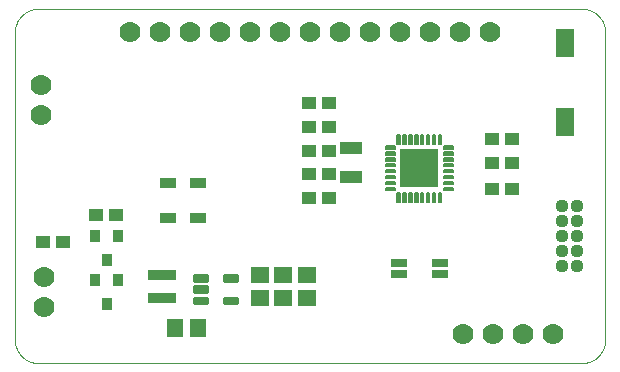
<source format=gts>
G75*
%MOIN*%
%OFA0B0*%
%FSLAX25Y25*%
%IPPOS*%
%LPD*%
%AMOC8*
5,1,8,0,0,1.08239X$1,22.5*
%
%ADD10C,0.00000*%
%ADD11R,0.04731X0.04337*%
%ADD12C,0.00673*%
%ADD13R,0.12998X0.12998*%
%ADD14R,0.07487X0.04337*%
%ADD15R,0.05400X0.02900*%
%ADD16R,0.06306X0.09455*%
%ADD17C,0.04400*%
%ADD18C,0.07000*%
%ADD19C,0.01653*%
%ADD20R,0.09455X0.03746*%
%ADD21R,0.06306X0.05518*%
%ADD22R,0.05715X0.03550*%
%ADD23R,0.03500X0.03900*%
%ADD24R,0.05518X0.06306*%
D10*
X0024138Y0017248D02*
X0205240Y0017248D01*
X0205430Y0017250D01*
X0205620Y0017257D01*
X0205810Y0017269D01*
X0206000Y0017285D01*
X0206189Y0017305D01*
X0206378Y0017331D01*
X0206566Y0017360D01*
X0206753Y0017395D01*
X0206939Y0017434D01*
X0207124Y0017477D01*
X0207309Y0017525D01*
X0207492Y0017577D01*
X0207673Y0017633D01*
X0207853Y0017694D01*
X0208032Y0017760D01*
X0208209Y0017829D01*
X0208385Y0017903D01*
X0208558Y0017981D01*
X0208730Y0018064D01*
X0208899Y0018150D01*
X0209067Y0018240D01*
X0209232Y0018335D01*
X0209395Y0018433D01*
X0209555Y0018536D01*
X0209713Y0018642D01*
X0209868Y0018752D01*
X0210021Y0018865D01*
X0210171Y0018983D01*
X0210317Y0019104D01*
X0210461Y0019228D01*
X0210602Y0019356D01*
X0210740Y0019487D01*
X0210875Y0019622D01*
X0211006Y0019760D01*
X0211134Y0019901D01*
X0211258Y0020045D01*
X0211379Y0020191D01*
X0211497Y0020341D01*
X0211610Y0020494D01*
X0211720Y0020649D01*
X0211826Y0020807D01*
X0211929Y0020967D01*
X0212027Y0021130D01*
X0212122Y0021295D01*
X0212212Y0021463D01*
X0212298Y0021632D01*
X0212381Y0021804D01*
X0212459Y0021977D01*
X0212533Y0022153D01*
X0212602Y0022330D01*
X0212668Y0022509D01*
X0212729Y0022689D01*
X0212785Y0022870D01*
X0212837Y0023053D01*
X0212885Y0023238D01*
X0212928Y0023423D01*
X0212967Y0023609D01*
X0213002Y0023796D01*
X0213031Y0023984D01*
X0213057Y0024173D01*
X0213077Y0024362D01*
X0213093Y0024552D01*
X0213105Y0024742D01*
X0213112Y0024932D01*
X0213114Y0025122D01*
X0213114Y0127484D01*
X0213112Y0127674D01*
X0213105Y0127864D01*
X0213093Y0128054D01*
X0213077Y0128244D01*
X0213057Y0128433D01*
X0213031Y0128622D01*
X0213002Y0128810D01*
X0212967Y0128997D01*
X0212928Y0129183D01*
X0212885Y0129368D01*
X0212837Y0129553D01*
X0212785Y0129736D01*
X0212729Y0129917D01*
X0212668Y0130097D01*
X0212602Y0130276D01*
X0212533Y0130453D01*
X0212459Y0130629D01*
X0212381Y0130802D01*
X0212298Y0130974D01*
X0212212Y0131143D01*
X0212122Y0131311D01*
X0212027Y0131476D01*
X0211929Y0131639D01*
X0211826Y0131799D01*
X0211720Y0131957D01*
X0211610Y0132112D01*
X0211497Y0132265D01*
X0211379Y0132415D01*
X0211258Y0132561D01*
X0211134Y0132705D01*
X0211006Y0132846D01*
X0210875Y0132984D01*
X0210740Y0133119D01*
X0210602Y0133250D01*
X0210461Y0133378D01*
X0210317Y0133502D01*
X0210171Y0133623D01*
X0210021Y0133741D01*
X0209868Y0133854D01*
X0209713Y0133964D01*
X0209555Y0134070D01*
X0209395Y0134173D01*
X0209232Y0134271D01*
X0209067Y0134366D01*
X0208899Y0134456D01*
X0208730Y0134542D01*
X0208558Y0134625D01*
X0208385Y0134703D01*
X0208209Y0134777D01*
X0208032Y0134846D01*
X0207853Y0134912D01*
X0207673Y0134973D01*
X0207492Y0135029D01*
X0207309Y0135081D01*
X0207124Y0135129D01*
X0206939Y0135172D01*
X0206753Y0135211D01*
X0206566Y0135246D01*
X0206378Y0135275D01*
X0206189Y0135301D01*
X0206000Y0135321D01*
X0205810Y0135337D01*
X0205620Y0135349D01*
X0205430Y0135356D01*
X0205240Y0135358D01*
X0024138Y0135358D01*
X0023948Y0135356D01*
X0023758Y0135349D01*
X0023568Y0135337D01*
X0023378Y0135321D01*
X0023189Y0135301D01*
X0023000Y0135275D01*
X0022812Y0135246D01*
X0022625Y0135211D01*
X0022439Y0135172D01*
X0022254Y0135129D01*
X0022069Y0135081D01*
X0021886Y0135029D01*
X0021705Y0134973D01*
X0021525Y0134912D01*
X0021346Y0134846D01*
X0021169Y0134777D01*
X0020993Y0134703D01*
X0020820Y0134625D01*
X0020648Y0134542D01*
X0020479Y0134456D01*
X0020311Y0134366D01*
X0020146Y0134271D01*
X0019983Y0134173D01*
X0019823Y0134070D01*
X0019665Y0133964D01*
X0019510Y0133854D01*
X0019357Y0133741D01*
X0019207Y0133623D01*
X0019061Y0133502D01*
X0018917Y0133378D01*
X0018776Y0133250D01*
X0018638Y0133119D01*
X0018503Y0132984D01*
X0018372Y0132846D01*
X0018244Y0132705D01*
X0018120Y0132561D01*
X0017999Y0132415D01*
X0017881Y0132265D01*
X0017768Y0132112D01*
X0017658Y0131957D01*
X0017552Y0131799D01*
X0017449Y0131639D01*
X0017351Y0131476D01*
X0017256Y0131311D01*
X0017166Y0131143D01*
X0017080Y0130974D01*
X0016997Y0130802D01*
X0016919Y0130629D01*
X0016845Y0130453D01*
X0016776Y0130276D01*
X0016710Y0130097D01*
X0016649Y0129917D01*
X0016593Y0129736D01*
X0016541Y0129553D01*
X0016493Y0129368D01*
X0016450Y0129183D01*
X0016411Y0128997D01*
X0016376Y0128810D01*
X0016347Y0128622D01*
X0016321Y0128433D01*
X0016301Y0128244D01*
X0016285Y0128054D01*
X0016273Y0127864D01*
X0016266Y0127674D01*
X0016264Y0127484D01*
X0016264Y0025122D01*
X0016266Y0024932D01*
X0016273Y0024742D01*
X0016285Y0024552D01*
X0016301Y0024362D01*
X0016321Y0024173D01*
X0016347Y0023984D01*
X0016376Y0023796D01*
X0016411Y0023609D01*
X0016450Y0023423D01*
X0016493Y0023238D01*
X0016541Y0023053D01*
X0016593Y0022870D01*
X0016649Y0022689D01*
X0016710Y0022509D01*
X0016776Y0022330D01*
X0016845Y0022153D01*
X0016919Y0021977D01*
X0016997Y0021804D01*
X0017080Y0021632D01*
X0017166Y0021463D01*
X0017256Y0021295D01*
X0017351Y0021130D01*
X0017449Y0020967D01*
X0017552Y0020807D01*
X0017658Y0020649D01*
X0017768Y0020494D01*
X0017881Y0020341D01*
X0017999Y0020191D01*
X0018120Y0020045D01*
X0018244Y0019901D01*
X0018372Y0019760D01*
X0018503Y0019622D01*
X0018638Y0019487D01*
X0018776Y0019356D01*
X0018917Y0019228D01*
X0019061Y0019104D01*
X0019207Y0018983D01*
X0019357Y0018865D01*
X0019510Y0018752D01*
X0019665Y0018642D01*
X0019823Y0018536D01*
X0019983Y0018433D01*
X0020146Y0018335D01*
X0020311Y0018240D01*
X0020479Y0018150D01*
X0020648Y0018064D01*
X0020820Y0017981D01*
X0020993Y0017903D01*
X0021169Y0017829D01*
X0021346Y0017760D01*
X0021525Y0017694D01*
X0021705Y0017633D01*
X0021886Y0017577D01*
X0022069Y0017525D01*
X0022254Y0017477D01*
X0022439Y0017434D01*
X0022625Y0017395D01*
X0022812Y0017360D01*
X0023000Y0017331D01*
X0023189Y0017305D01*
X0023378Y0017285D01*
X0023568Y0017269D01*
X0023758Y0017257D01*
X0023948Y0017250D01*
X0024138Y0017248D01*
D11*
X0025713Y0057602D03*
X0032406Y0057602D03*
X0043429Y0066461D03*
X0050122Y0066461D03*
X0114295Y0072366D03*
X0120988Y0072366D03*
X0120988Y0080240D03*
X0114295Y0080240D03*
X0114295Y0088114D03*
X0120988Y0088114D03*
X0120988Y0095988D03*
X0114295Y0095988D03*
X0114295Y0103862D03*
X0120988Y0103862D03*
X0175319Y0092051D03*
X0182012Y0092051D03*
X0182051Y0084059D03*
X0175358Y0084059D03*
X0175319Y0075319D03*
X0182012Y0075319D03*
D12*
X0162210Y0074924D02*
X0159294Y0074924D01*
X0159294Y0075714D01*
X0162210Y0075714D01*
X0162210Y0074924D01*
X0162210Y0075563D02*
X0159294Y0075563D01*
X0159294Y0076892D02*
X0162210Y0076892D01*
X0159294Y0076892D02*
X0159294Y0077682D01*
X0162210Y0077682D01*
X0162210Y0076892D01*
X0162210Y0077531D02*
X0159294Y0077531D01*
X0159294Y0078861D02*
X0162210Y0078861D01*
X0159294Y0078861D02*
X0159294Y0079651D01*
X0162210Y0079651D01*
X0162210Y0078861D01*
X0162210Y0079500D02*
X0159294Y0079500D01*
X0159294Y0080829D02*
X0162210Y0080829D01*
X0159294Y0080829D02*
X0159294Y0081619D01*
X0162210Y0081619D01*
X0162210Y0080829D01*
X0162210Y0081468D02*
X0159294Y0081468D01*
X0159294Y0082798D02*
X0162210Y0082798D01*
X0159294Y0082798D02*
X0159294Y0083588D01*
X0162210Y0083588D01*
X0162210Y0082798D01*
X0162210Y0083437D02*
X0159294Y0083437D01*
X0159294Y0084766D02*
X0162210Y0084766D01*
X0159294Y0084766D02*
X0159294Y0085556D01*
X0162210Y0085556D01*
X0162210Y0084766D01*
X0162210Y0085405D02*
X0159294Y0085405D01*
X0159294Y0086735D02*
X0162210Y0086735D01*
X0159294Y0086735D02*
X0159294Y0087525D01*
X0162210Y0087525D01*
X0162210Y0086735D01*
X0162210Y0087374D02*
X0159294Y0087374D01*
X0159294Y0088703D02*
X0162210Y0088703D01*
X0159294Y0088703D02*
X0159294Y0089493D01*
X0162210Y0089493D01*
X0162210Y0088703D01*
X0162210Y0089342D02*
X0159294Y0089342D01*
X0158391Y0090396D02*
X0157601Y0090396D01*
X0157601Y0093312D01*
X0158391Y0093312D01*
X0158391Y0090396D01*
X0158391Y0091035D02*
X0157601Y0091035D01*
X0157601Y0091674D02*
X0158391Y0091674D01*
X0158391Y0092313D02*
X0157601Y0092313D01*
X0157601Y0092952D02*
X0158391Y0092952D01*
X0156423Y0090396D02*
X0155633Y0090396D01*
X0155633Y0093312D01*
X0156423Y0093312D01*
X0156423Y0090396D01*
X0156423Y0091035D02*
X0155633Y0091035D01*
X0155633Y0091674D02*
X0156423Y0091674D01*
X0156423Y0092313D02*
X0155633Y0092313D01*
X0155633Y0092952D02*
X0156423Y0092952D01*
X0154454Y0090396D02*
X0153664Y0090396D01*
X0153664Y0093312D01*
X0154454Y0093312D01*
X0154454Y0090396D01*
X0154454Y0091035D02*
X0153664Y0091035D01*
X0153664Y0091674D02*
X0154454Y0091674D01*
X0154454Y0092313D02*
X0153664Y0092313D01*
X0153664Y0092952D02*
X0154454Y0092952D01*
X0152486Y0090396D02*
X0151696Y0090396D01*
X0151696Y0093312D01*
X0152486Y0093312D01*
X0152486Y0090396D01*
X0152486Y0091035D02*
X0151696Y0091035D01*
X0151696Y0091674D02*
X0152486Y0091674D01*
X0152486Y0092313D02*
X0151696Y0092313D01*
X0151696Y0092952D02*
X0152486Y0092952D01*
X0150517Y0090396D02*
X0149727Y0090396D01*
X0149727Y0093312D01*
X0150517Y0093312D01*
X0150517Y0090396D01*
X0150517Y0091035D02*
X0149727Y0091035D01*
X0149727Y0091674D02*
X0150517Y0091674D01*
X0150517Y0092313D02*
X0149727Y0092313D01*
X0149727Y0092952D02*
X0150517Y0092952D01*
X0148549Y0090396D02*
X0147759Y0090396D01*
X0147759Y0093312D01*
X0148549Y0093312D01*
X0148549Y0090396D01*
X0148549Y0091035D02*
X0147759Y0091035D01*
X0147759Y0091674D02*
X0148549Y0091674D01*
X0148549Y0092313D02*
X0147759Y0092313D01*
X0147759Y0092952D02*
X0148549Y0092952D01*
X0146580Y0090396D02*
X0145790Y0090396D01*
X0145790Y0093312D01*
X0146580Y0093312D01*
X0146580Y0090396D01*
X0146580Y0091035D02*
X0145790Y0091035D01*
X0145790Y0091674D02*
X0146580Y0091674D01*
X0146580Y0092313D02*
X0145790Y0092313D01*
X0145790Y0092952D02*
X0146580Y0092952D01*
X0144612Y0090396D02*
X0143822Y0090396D01*
X0143822Y0093312D01*
X0144612Y0093312D01*
X0144612Y0090396D01*
X0144612Y0091035D02*
X0143822Y0091035D01*
X0143822Y0091674D02*
X0144612Y0091674D01*
X0144612Y0092313D02*
X0143822Y0092313D01*
X0143822Y0092952D02*
X0144612Y0092952D01*
X0142919Y0088703D02*
X0140003Y0088703D01*
X0140003Y0089493D01*
X0142919Y0089493D01*
X0142919Y0088703D01*
X0142919Y0089342D02*
X0140003Y0089342D01*
X0140003Y0086735D02*
X0142919Y0086735D01*
X0140003Y0086735D02*
X0140003Y0087525D01*
X0142919Y0087525D01*
X0142919Y0086735D01*
X0142919Y0087374D02*
X0140003Y0087374D01*
X0140003Y0084766D02*
X0142919Y0084766D01*
X0140003Y0084766D02*
X0140003Y0085556D01*
X0142919Y0085556D01*
X0142919Y0084766D01*
X0142919Y0085405D02*
X0140003Y0085405D01*
X0140003Y0082798D02*
X0142919Y0082798D01*
X0140003Y0082798D02*
X0140003Y0083588D01*
X0142919Y0083588D01*
X0142919Y0082798D01*
X0142919Y0083437D02*
X0140003Y0083437D01*
X0140003Y0080829D02*
X0142919Y0080829D01*
X0140003Y0080829D02*
X0140003Y0081619D01*
X0142919Y0081619D01*
X0142919Y0080829D01*
X0142919Y0081468D02*
X0140003Y0081468D01*
X0140003Y0078861D02*
X0142919Y0078861D01*
X0140003Y0078861D02*
X0140003Y0079651D01*
X0142919Y0079651D01*
X0142919Y0078861D01*
X0142919Y0079500D02*
X0140003Y0079500D01*
X0140003Y0076892D02*
X0142919Y0076892D01*
X0140003Y0076892D02*
X0140003Y0077682D01*
X0142919Y0077682D01*
X0142919Y0076892D01*
X0142919Y0077531D02*
X0140003Y0077531D01*
X0140003Y0074924D02*
X0142919Y0074924D01*
X0140003Y0074924D02*
X0140003Y0075714D01*
X0142919Y0075714D01*
X0142919Y0074924D01*
X0142919Y0075563D02*
X0140003Y0075563D01*
X0143822Y0071105D02*
X0144612Y0071105D01*
X0143822Y0071105D02*
X0143822Y0074021D01*
X0144612Y0074021D01*
X0144612Y0071105D01*
X0144612Y0071744D02*
X0143822Y0071744D01*
X0143822Y0072383D02*
X0144612Y0072383D01*
X0144612Y0073022D02*
X0143822Y0073022D01*
X0143822Y0073661D02*
X0144612Y0073661D01*
X0145790Y0071105D02*
X0146580Y0071105D01*
X0145790Y0071105D02*
X0145790Y0074021D01*
X0146580Y0074021D01*
X0146580Y0071105D01*
X0146580Y0071744D02*
X0145790Y0071744D01*
X0145790Y0072383D02*
X0146580Y0072383D01*
X0146580Y0073022D02*
X0145790Y0073022D01*
X0145790Y0073661D02*
X0146580Y0073661D01*
X0147759Y0071105D02*
X0148549Y0071105D01*
X0147759Y0071105D02*
X0147759Y0074021D01*
X0148549Y0074021D01*
X0148549Y0071105D01*
X0148549Y0071744D02*
X0147759Y0071744D01*
X0147759Y0072383D02*
X0148549Y0072383D01*
X0148549Y0073022D02*
X0147759Y0073022D01*
X0147759Y0073661D02*
X0148549Y0073661D01*
X0149727Y0071105D02*
X0150517Y0071105D01*
X0149727Y0071105D02*
X0149727Y0074021D01*
X0150517Y0074021D01*
X0150517Y0071105D01*
X0150517Y0071744D02*
X0149727Y0071744D01*
X0149727Y0072383D02*
X0150517Y0072383D01*
X0150517Y0073022D02*
X0149727Y0073022D01*
X0149727Y0073661D02*
X0150517Y0073661D01*
X0151696Y0071105D02*
X0152486Y0071105D01*
X0151696Y0071105D02*
X0151696Y0074021D01*
X0152486Y0074021D01*
X0152486Y0071105D01*
X0152486Y0071744D02*
X0151696Y0071744D01*
X0151696Y0072383D02*
X0152486Y0072383D01*
X0152486Y0073022D02*
X0151696Y0073022D01*
X0151696Y0073661D02*
X0152486Y0073661D01*
X0153664Y0071105D02*
X0154454Y0071105D01*
X0153664Y0071105D02*
X0153664Y0074021D01*
X0154454Y0074021D01*
X0154454Y0071105D01*
X0154454Y0071744D02*
X0153664Y0071744D01*
X0153664Y0072383D02*
X0154454Y0072383D01*
X0154454Y0073022D02*
X0153664Y0073022D01*
X0153664Y0073661D02*
X0154454Y0073661D01*
X0155633Y0071105D02*
X0156423Y0071105D01*
X0155633Y0071105D02*
X0155633Y0074021D01*
X0156423Y0074021D01*
X0156423Y0071105D01*
X0156423Y0071744D02*
X0155633Y0071744D01*
X0155633Y0072383D02*
X0156423Y0072383D01*
X0156423Y0073022D02*
X0155633Y0073022D01*
X0155633Y0073661D02*
X0156423Y0073661D01*
X0157601Y0071105D02*
X0158391Y0071105D01*
X0157601Y0071105D02*
X0157601Y0074021D01*
X0158391Y0074021D01*
X0158391Y0071105D01*
X0158391Y0071744D02*
X0157601Y0071744D01*
X0157601Y0072383D02*
X0158391Y0072383D01*
X0158391Y0073022D02*
X0157601Y0073022D01*
X0157601Y0073661D02*
X0158391Y0073661D01*
D13*
X0151106Y0082209D03*
D14*
X0128469Y0079256D03*
X0128469Y0089098D03*
D15*
X0144217Y0050516D03*
X0144217Y0046972D03*
X0157996Y0046972D03*
X0157996Y0050516D03*
D16*
X0199650Y0097563D03*
X0199650Y0123941D03*
D17*
X0198685Y0069492D03*
X0203685Y0069492D03*
X0203685Y0064492D03*
X0198685Y0064492D03*
X0198685Y0059492D03*
X0203685Y0059492D03*
X0203685Y0054492D03*
X0198685Y0054492D03*
X0198685Y0049492D03*
X0203685Y0049492D03*
D18*
X0195634Y0027091D03*
X0185634Y0027091D03*
X0175634Y0027091D03*
X0165634Y0027091D03*
X0026106Y0035870D03*
X0026106Y0045870D03*
X0025122Y0099846D03*
X0025122Y0109846D03*
X0054689Y0127484D03*
X0064689Y0127484D03*
X0074689Y0127484D03*
X0084689Y0127484D03*
X0094689Y0127484D03*
X0104689Y0127484D03*
X0114689Y0127484D03*
X0124689Y0127484D03*
X0134689Y0127484D03*
X0144689Y0127484D03*
X0154689Y0127484D03*
X0164689Y0127484D03*
X0174689Y0127484D03*
D19*
X0090008Y0046218D02*
X0086260Y0046218D01*
X0090008Y0046218D02*
X0090008Y0044970D01*
X0086260Y0044970D01*
X0086260Y0046218D01*
X0080126Y0044970D02*
X0076378Y0044970D01*
X0076378Y0046218D01*
X0080126Y0046218D01*
X0080126Y0044970D01*
X0080126Y0041230D02*
X0076378Y0041230D01*
X0076378Y0042478D01*
X0080126Y0042478D01*
X0080126Y0041230D01*
X0080126Y0037490D02*
X0076378Y0037490D01*
X0076378Y0038738D01*
X0080126Y0038738D01*
X0080126Y0037490D01*
X0086260Y0038738D02*
X0090008Y0038738D01*
X0090008Y0037490D01*
X0086260Y0037490D01*
X0086260Y0038738D01*
D20*
X0065476Y0039039D03*
X0065476Y0046717D03*
D21*
X0097957Y0046579D03*
X0105831Y0046579D03*
X0113705Y0046579D03*
X0113705Y0039098D03*
X0105831Y0039098D03*
X0097957Y0039098D03*
D22*
X0077366Y0065476D03*
X0067366Y0065476D03*
X0067366Y0077287D03*
X0077366Y0077287D03*
D23*
X0050676Y0059634D03*
X0043076Y0059634D03*
X0046876Y0051634D03*
X0050676Y0044870D03*
X0043076Y0044870D03*
X0046876Y0036870D03*
D24*
X0069728Y0028980D03*
X0077209Y0028980D03*
M02*

</source>
